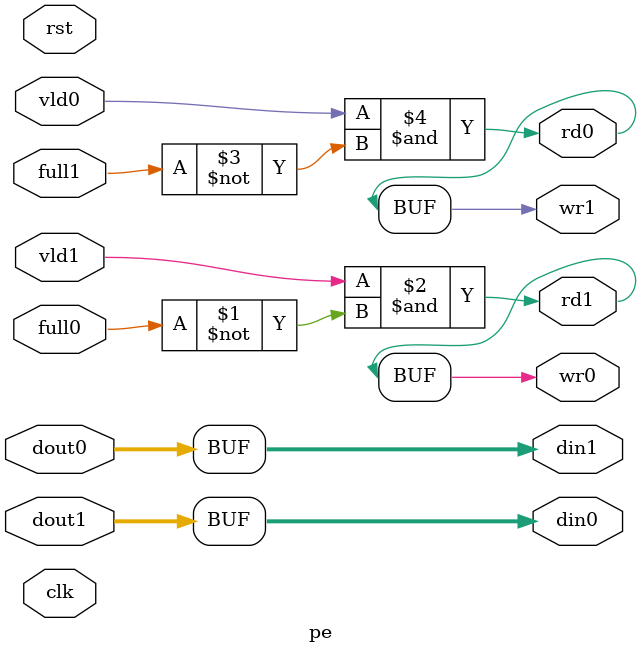
<source format=v>
/* 
* pe.v : processing element
*
* Project   : usmif 
* Programmer: khtsoi@gmail.com 
* Date      : Oct 2010
*/

module pe (
  rst, clk,
  rd0, vld0, dout0, wr0, full0, din0,
  rd1, vld1, dout1, wr1, full1, din1);

  parameter DATA_WIDTH = 128;

  input  wire         rst;
  input  wire         clk;

  output wire         rd0;
  input  wire         vld0;
  input  wire [DATA_WIDTH-1:0] dout0;
  output wire         wr0;
  input  wire         full0;
  output wire [DATA_WIDTH-1:0] din0;

  output wire         rd1;
  input  wire         vld1;
  input  wire [DATA_WIDTH-1:0] dout1;
  output wire         wr1;
  input  wire         full1;
  output wire [DATA_WIDTH-1:0] din1;

assign rd0 = wr1;
assign wr0 = vld1 & ~full0;
assign din0 = dout1;
assign rd1 = wr0;
assign wr1 = vld0 & ~full1;
assign din1 = dout0;

endmodule

</source>
